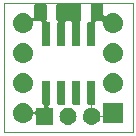
<source format=gts>
G04 #@! TF.GenerationSoftware,KiCad,Pcbnew,5.1.2-f72e74a~84~ubuntu16.04.1*
G04 #@! TF.CreationDate,2019-06-06T19:13:55+02:00*
G04 #@! TF.ProjectId,rs232-rs485,72733233-322d-4727-9334-38352e6b6963,1.0*
G04 #@! TF.SameCoordinates,Original*
G04 #@! TF.FileFunction,Soldermask,Top*
G04 #@! TF.FilePolarity,Negative*
%FSLAX46Y46*%
G04 Gerber Fmt 4.6, Leading zero omitted, Abs format (unit mm)*
G04 Created by KiCad (PCBNEW 5.1.2-f72e74a~84~ubuntu16.04.1) date 2019-06-06 19:13:55*
%MOMM*%
%LPD*%
G04 APERTURE LIST*
%ADD10C,0.050000*%
%ADD11C,0.100000*%
G04 APERTURE END LIST*
D10*
X125603000Y-108839000D02*
X125476000Y-108839000D01*
X125476000Y-108712000D02*
X125476000Y-108839000D01*
X125476000Y-97917000D02*
X125603000Y-97917000D01*
X136398000Y-97917000D02*
X136271000Y-97917000D01*
X136271000Y-108839000D02*
X136398000Y-108839000D01*
X136271000Y-108839000D02*
X125603000Y-108839000D01*
X136398000Y-97917000D02*
X136398000Y-108839000D01*
X125603000Y-97917000D02*
X136271000Y-97917000D01*
X125476000Y-108712000D02*
X125476000Y-97917000D01*
D11*
G36*
X133164928Y-104451764D02*
G01*
X133186009Y-104458160D01*
X133205445Y-104468548D01*
X133222476Y-104482524D01*
X133236452Y-104499555D01*
X133246840Y-104518991D01*
X133253236Y-104540072D01*
X133256000Y-104568140D01*
X133256000Y-106381860D01*
X133253236Y-106409928D01*
X133246840Y-106431009D01*
X133236452Y-106450445D01*
X133222476Y-106467476D01*
X133205445Y-106481452D01*
X133186009Y-106491840D01*
X133164928Y-106498236D01*
X133136860Y-106501000D01*
X133069649Y-106501000D01*
X133045263Y-106503402D01*
X133021814Y-106510515D01*
X133000203Y-106522066D01*
X132981261Y-106537611D01*
X132965716Y-106556553D01*
X132954165Y-106578164D01*
X132947052Y-106601613D01*
X132944650Y-106625999D01*
X132947052Y-106650385D01*
X132954165Y-106673834D01*
X132965716Y-106695445D01*
X132981261Y-106714387D01*
X133000203Y-106729932D01*
X133021814Y-106741483D01*
X133057395Y-106750396D01*
X133072721Y-106751905D01*
X133209572Y-106793419D01*
X133209575Y-106793420D01*
X133335694Y-106860832D01*
X133446243Y-106951557D01*
X133536968Y-107062106D01*
X133604380Y-107188225D01*
X133604381Y-107188228D01*
X133645895Y-107325079D01*
X133645895Y-107325081D01*
X133646604Y-107332280D01*
X133651385Y-107356314D01*
X133660762Y-107378952D01*
X133674376Y-107399327D01*
X133691703Y-107416654D01*
X133712077Y-107430267D01*
X133734716Y-107439645D01*
X133758749Y-107444425D01*
X133783253Y-107444425D01*
X133807287Y-107439644D01*
X133829925Y-107430267D01*
X133850300Y-107416653D01*
X133867627Y-107399326D01*
X133881240Y-107378952D01*
X133890618Y-107356313D01*
X133896000Y-107320028D01*
X133896000Y-106337000D01*
X135598000Y-106337000D01*
X135598000Y-108039000D01*
X133896000Y-108039000D01*
X133896000Y-107614772D01*
X133893598Y-107590386D01*
X133886485Y-107566937D01*
X133874934Y-107545326D01*
X133859389Y-107526384D01*
X133840447Y-107510839D01*
X133818836Y-107499288D01*
X133795387Y-107492175D01*
X133771001Y-107489773D01*
X133746615Y-107492175D01*
X133723166Y-107499288D01*
X133701555Y-107510839D01*
X133682613Y-107526384D01*
X133667068Y-107545326D01*
X133655517Y-107566937D01*
X133646604Y-107602519D01*
X133645895Y-107609721D01*
X133629709Y-107663078D01*
X133604380Y-107746575D01*
X133536968Y-107872694D01*
X133446243Y-107983243D01*
X133335694Y-108073968D01*
X133209575Y-108141380D01*
X133209572Y-108141381D01*
X133072721Y-108182895D01*
X133001613Y-108189898D01*
X132966060Y-108193400D01*
X132894740Y-108193400D01*
X132859187Y-108189898D01*
X132788079Y-108182895D01*
X132651228Y-108141381D01*
X132651225Y-108141380D01*
X132525106Y-108073968D01*
X132414557Y-107983243D01*
X132323832Y-107872694D01*
X132256420Y-107746575D01*
X132231091Y-107663078D01*
X132214905Y-107609721D01*
X132200888Y-107467400D01*
X132214905Y-107325079D01*
X132256419Y-107188228D01*
X132256420Y-107188225D01*
X132323832Y-107062106D01*
X132414557Y-106951557D01*
X132525106Y-106860832D01*
X132651225Y-106793420D01*
X132651228Y-106793419D01*
X132788079Y-106751905D01*
X132803405Y-106750396D01*
X132827436Y-106745616D01*
X132850075Y-106736238D01*
X132870450Y-106722625D01*
X132887777Y-106705298D01*
X132901390Y-106684923D01*
X132910768Y-106662284D01*
X132915548Y-106638251D01*
X132915548Y-106613747D01*
X132910768Y-106589714D01*
X132901390Y-106567075D01*
X132887777Y-106546700D01*
X132870450Y-106529373D01*
X132850075Y-106515760D01*
X132827436Y-106506382D01*
X132791151Y-106501000D01*
X132673140Y-106501000D01*
X132645072Y-106498236D01*
X132623991Y-106491840D01*
X132604555Y-106481452D01*
X132587524Y-106467476D01*
X132573548Y-106450445D01*
X132563160Y-106431009D01*
X132556764Y-106409928D01*
X132554000Y-106381860D01*
X132554000Y-104568140D01*
X132556764Y-104540072D01*
X132563160Y-104518991D01*
X132573548Y-104499555D01*
X132587524Y-104482524D01*
X132604555Y-104468548D01*
X132623991Y-104458160D01*
X132645072Y-104451764D01*
X132673140Y-104449000D01*
X133136860Y-104449000D01*
X133164928Y-104451764D01*
X133164928Y-104451764D01*
G37*
G36*
X131001613Y-106744902D02*
G01*
X131072721Y-106751905D01*
X131209572Y-106793419D01*
X131209575Y-106793420D01*
X131335694Y-106860832D01*
X131446243Y-106951557D01*
X131536968Y-107062106D01*
X131604380Y-107188225D01*
X131604381Y-107188228D01*
X131645895Y-107325079D01*
X131659912Y-107467400D01*
X131645895Y-107609721D01*
X131629709Y-107663078D01*
X131604380Y-107746575D01*
X131536968Y-107872694D01*
X131446243Y-107983243D01*
X131335694Y-108073968D01*
X131209575Y-108141380D01*
X131209572Y-108141381D01*
X131072721Y-108182895D01*
X131001613Y-108189898D01*
X130966060Y-108193400D01*
X130894740Y-108193400D01*
X130859187Y-108189898D01*
X130788079Y-108182895D01*
X130651228Y-108141381D01*
X130651225Y-108141380D01*
X130525106Y-108073968D01*
X130414557Y-107983243D01*
X130323832Y-107872694D01*
X130256420Y-107746575D01*
X130231091Y-107663078D01*
X130214905Y-107609721D01*
X130200888Y-107467400D01*
X130214905Y-107325079D01*
X130256419Y-107188228D01*
X130256420Y-107188225D01*
X130323832Y-107062106D01*
X130414557Y-106951557D01*
X130525106Y-106860832D01*
X130651225Y-106793420D01*
X130651228Y-106793419D01*
X130788079Y-106751905D01*
X130859187Y-106744902D01*
X130894740Y-106741400D01*
X130966060Y-106741400D01*
X131001613Y-106744902D01*
X131001613Y-106744902D01*
G37*
G36*
X129354928Y-104451764D02*
G01*
X129376009Y-104458160D01*
X129395445Y-104468548D01*
X129412476Y-104482524D01*
X129426452Y-104499555D01*
X129436840Y-104518991D01*
X129443236Y-104540072D01*
X129446000Y-104568140D01*
X129446000Y-106381860D01*
X129443236Y-106409928D01*
X129436840Y-106431009D01*
X129426452Y-106450445D01*
X129412476Y-106467476D01*
X129395445Y-106481452D01*
X129376011Y-106491840D01*
X129359709Y-106496785D01*
X129337070Y-106506163D01*
X129316696Y-106519777D01*
X129299369Y-106537104D01*
X129285756Y-106557478D01*
X129276379Y-106580117D01*
X129271599Y-106604151D01*
X129271599Y-106628655D01*
X129276380Y-106652688D01*
X129285758Y-106675327D01*
X129299372Y-106695701D01*
X129316699Y-106713028D01*
X129337073Y-106726641D01*
X129359712Y-106736018D01*
X129395996Y-106741400D01*
X129656400Y-106741400D01*
X129656400Y-108193400D01*
X128204400Y-108193400D01*
X128204400Y-107410567D01*
X128201998Y-107386181D01*
X128194885Y-107362732D01*
X128183334Y-107341121D01*
X128167789Y-107322179D01*
X128148847Y-107306634D01*
X128127236Y-107295083D01*
X128103787Y-107287970D01*
X128079401Y-107285568D01*
X128055015Y-107287970D01*
X128031566Y-107295083D01*
X128009955Y-107306634D01*
X127991013Y-107322179D01*
X127975468Y-107341121D01*
X127959784Y-107374282D01*
X127917024Y-107515242D01*
X127870373Y-107602520D01*
X127838004Y-107663078D01*
X127731659Y-107792659D01*
X127602078Y-107899004D01*
X127602076Y-107899005D01*
X127454242Y-107978024D01*
X127454239Y-107978025D01*
X127424380Y-107987083D01*
X127293823Y-108026687D01*
X127168804Y-108039000D01*
X127085196Y-108039000D01*
X126960177Y-108026687D01*
X126829620Y-107987083D01*
X126799761Y-107978025D01*
X126799758Y-107978024D01*
X126651924Y-107899005D01*
X126651922Y-107899004D01*
X126522341Y-107792659D01*
X126415996Y-107663078D01*
X126383627Y-107602520D01*
X126336976Y-107515242D01*
X126288313Y-107354823D01*
X126271883Y-107188000D01*
X126288313Y-107021177D01*
X126336953Y-106860833D01*
X126336975Y-106860761D01*
X126336976Y-106860758D01*
X126415995Y-106712924D01*
X126415996Y-106712922D01*
X126522341Y-106583341D01*
X126651922Y-106476996D01*
X126737958Y-106431009D01*
X126799758Y-106397976D01*
X126960177Y-106349313D01*
X127085196Y-106337000D01*
X127168804Y-106337000D01*
X127293823Y-106349313D01*
X127454242Y-106397976D01*
X127516042Y-106431009D01*
X127602078Y-106476996D01*
X127731659Y-106583341D01*
X127838004Y-106712922D01*
X127838005Y-106712924D01*
X127917024Y-106860758D01*
X127917025Y-106860761D01*
X127917047Y-106860833D01*
X127959784Y-107001718D01*
X127969162Y-107024357D01*
X127982776Y-107044732D01*
X128000103Y-107062059D01*
X128020477Y-107075672D01*
X128043116Y-107085050D01*
X128067149Y-107089830D01*
X128091653Y-107089830D01*
X128115686Y-107085050D01*
X128138325Y-107075672D01*
X128158700Y-107062058D01*
X128176027Y-107044731D01*
X128189640Y-107024357D01*
X128199018Y-107001718D01*
X128204400Y-106965433D01*
X128204400Y-106741400D01*
X128794004Y-106741400D01*
X128818390Y-106738998D01*
X128841839Y-106731885D01*
X128863450Y-106720334D01*
X128882392Y-106704789D01*
X128897937Y-106685847D01*
X128909488Y-106664236D01*
X128916601Y-106640787D01*
X128919003Y-106616401D01*
X128916601Y-106592015D01*
X128909488Y-106568566D01*
X128897937Y-106546955D01*
X128882392Y-106528013D01*
X128863450Y-106512468D01*
X128830291Y-106496785D01*
X128813989Y-106491840D01*
X128794555Y-106481452D01*
X128777524Y-106467476D01*
X128763548Y-106450445D01*
X128753160Y-106431009D01*
X128746764Y-106409928D01*
X128744000Y-106381860D01*
X128744000Y-104568140D01*
X128746764Y-104540072D01*
X128753160Y-104518991D01*
X128763548Y-104499555D01*
X128777524Y-104482524D01*
X128794555Y-104468548D01*
X128813991Y-104458160D01*
X128835072Y-104451764D01*
X128863140Y-104449000D01*
X129326860Y-104449000D01*
X129354928Y-104451764D01*
X129354928Y-104451764D01*
G37*
G36*
X131894928Y-104451764D02*
G01*
X131916009Y-104458160D01*
X131935445Y-104468548D01*
X131952476Y-104482524D01*
X131966452Y-104499555D01*
X131976840Y-104518991D01*
X131983236Y-104540072D01*
X131986000Y-104568140D01*
X131986000Y-106381860D01*
X131983236Y-106409928D01*
X131976840Y-106431009D01*
X131966452Y-106450445D01*
X131952476Y-106467476D01*
X131935445Y-106481452D01*
X131916009Y-106491840D01*
X131894928Y-106498236D01*
X131866860Y-106501000D01*
X131403140Y-106501000D01*
X131375072Y-106498236D01*
X131353991Y-106491840D01*
X131334555Y-106481452D01*
X131317524Y-106467476D01*
X131303548Y-106450445D01*
X131293160Y-106431009D01*
X131286764Y-106409928D01*
X131284000Y-106381860D01*
X131284000Y-104568140D01*
X131286764Y-104540072D01*
X131293160Y-104518991D01*
X131303548Y-104499555D01*
X131317524Y-104482524D01*
X131334555Y-104468548D01*
X131353991Y-104458160D01*
X131375072Y-104451764D01*
X131403140Y-104449000D01*
X131866860Y-104449000D01*
X131894928Y-104451764D01*
X131894928Y-104451764D01*
G37*
G36*
X130624928Y-104451764D02*
G01*
X130646009Y-104458160D01*
X130665445Y-104468548D01*
X130682476Y-104482524D01*
X130696452Y-104499555D01*
X130706840Y-104518991D01*
X130713236Y-104540072D01*
X130716000Y-104568140D01*
X130716000Y-106381860D01*
X130713236Y-106409928D01*
X130706840Y-106431009D01*
X130696452Y-106450445D01*
X130682476Y-106467476D01*
X130665445Y-106481452D01*
X130646009Y-106491840D01*
X130624928Y-106498236D01*
X130596860Y-106501000D01*
X130133140Y-106501000D01*
X130105072Y-106498236D01*
X130083991Y-106491840D01*
X130064555Y-106481452D01*
X130047524Y-106467476D01*
X130033548Y-106450445D01*
X130023160Y-106431009D01*
X130016764Y-106409928D01*
X130014000Y-106381860D01*
X130014000Y-104568140D01*
X130016764Y-104540072D01*
X130023160Y-104518991D01*
X130033548Y-104499555D01*
X130047524Y-104482524D01*
X130064555Y-104468548D01*
X130083991Y-104458160D01*
X130105072Y-104451764D01*
X130133140Y-104449000D01*
X130596860Y-104449000D01*
X130624928Y-104451764D01*
X130624928Y-104451764D01*
G37*
G36*
X127293823Y-103809313D02*
G01*
X127454242Y-103857976D01*
X127586906Y-103928886D01*
X127602078Y-103936996D01*
X127731659Y-104043341D01*
X127838004Y-104172922D01*
X127838005Y-104172924D01*
X127917024Y-104320758D01*
X127965687Y-104481177D01*
X127982117Y-104648000D01*
X127965687Y-104814823D01*
X127917024Y-104975242D01*
X127846114Y-105107906D01*
X127838004Y-105123078D01*
X127731659Y-105252659D01*
X127602078Y-105359004D01*
X127602076Y-105359005D01*
X127454242Y-105438024D01*
X127293823Y-105486687D01*
X127168804Y-105499000D01*
X127085196Y-105499000D01*
X126960177Y-105486687D01*
X126799758Y-105438024D01*
X126651924Y-105359005D01*
X126651922Y-105359004D01*
X126522341Y-105252659D01*
X126415996Y-105123078D01*
X126407886Y-105107906D01*
X126336976Y-104975242D01*
X126288313Y-104814823D01*
X126271883Y-104648000D01*
X126288313Y-104481177D01*
X126336976Y-104320758D01*
X126415995Y-104172924D01*
X126415996Y-104172922D01*
X126522341Y-104043341D01*
X126651922Y-103936996D01*
X126667094Y-103928886D01*
X126799758Y-103857976D01*
X126960177Y-103809313D01*
X127085196Y-103797000D01*
X127168804Y-103797000D01*
X127293823Y-103809313D01*
X127293823Y-103809313D01*
G37*
G36*
X134913823Y-103809313D02*
G01*
X135074242Y-103857976D01*
X135206906Y-103928886D01*
X135222078Y-103936996D01*
X135351659Y-104043341D01*
X135458004Y-104172922D01*
X135458005Y-104172924D01*
X135537024Y-104320758D01*
X135585687Y-104481177D01*
X135602117Y-104648000D01*
X135585687Y-104814823D01*
X135537024Y-104975242D01*
X135466114Y-105107906D01*
X135458004Y-105123078D01*
X135351659Y-105252659D01*
X135222078Y-105359004D01*
X135222076Y-105359005D01*
X135074242Y-105438024D01*
X134913823Y-105486687D01*
X134788804Y-105499000D01*
X134705196Y-105499000D01*
X134580177Y-105486687D01*
X134419758Y-105438024D01*
X134271924Y-105359005D01*
X134271922Y-105359004D01*
X134142341Y-105252659D01*
X134035996Y-105123078D01*
X134027886Y-105107906D01*
X133956976Y-104975242D01*
X133908313Y-104814823D01*
X133891883Y-104648000D01*
X133908313Y-104481177D01*
X133956976Y-104320758D01*
X134035995Y-104172924D01*
X134035996Y-104172922D01*
X134142341Y-104043341D01*
X134271922Y-103936996D01*
X134287094Y-103928886D01*
X134419758Y-103857976D01*
X134580177Y-103809313D01*
X134705196Y-103797000D01*
X134788804Y-103797000D01*
X134913823Y-103809313D01*
X134913823Y-103809313D01*
G37*
G36*
X134913823Y-101269313D02*
G01*
X135074242Y-101317976D01*
X135181862Y-101375500D01*
X135222078Y-101396996D01*
X135351659Y-101503341D01*
X135458004Y-101632922D01*
X135458005Y-101632924D01*
X135537024Y-101780758D01*
X135585687Y-101941177D01*
X135602117Y-102108000D01*
X135585687Y-102274823D01*
X135537024Y-102435242D01*
X135466114Y-102567906D01*
X135458004Y-102583078D01*
X135351659Y-102712659D01*
X135222078Y-102819004D01*
X135222076Y-102819005D01*
X135074242Y-102898024D01*
X134913823Y-102946687D01*
X134788804Y-102959000D01*
X134705196Y-102959000D01*
X134580177Y-102946687D01*
X134419758Y-102898024D01*
X134271924Y-102819005D01*
X134271922Y-102819004D01*
X134142341Y-102712659D01*
X134035996Y-102583078D01*
X134027886Y-102567906D01*
X133956976Y-102435242D01*
X133908313Y-102274823D01*
X133891883Y-102108000D01*
X133908313Y-101941177D01*
X133956976Y-101780758D01*
X134035995Y-101632924D01*
X134035996Y-101632922D01*
X134142341Y-101503341D01*
X134271922Y-101396996D01*
X134312138Y-101375500D01*
X134419758Y-101317976D01*
X134580177Y-101269313D01*
X134705196Y-101257000D01*
X134788804Y-101257000D01*
X134913823Y-101269313D01*
X134913823Y-101269313D01*
G37*
G36*
X127293823Y-101269313D02*
G01*
X127454242Y-101317976D01*
X127561862Y-101375500D01*
X127602078Y-101396996D01*
X127731659Y-101503341D01*
X127838004Y-101632922D01*
X127838005Y-101632924D01*
X127917024Y-101780758D01*
X127965687Y-101941177D01*
X127982117Y-102108000D01*
X127965687Y-102274823D01*
X127917024Y-102435242D01*
X127846114Y-102567906D01*
X127838004Y-102583078D01*
X127731659Y-102712659D01*
X127602078Y-102819004D01*
X127602076Y-102819005D01*
X127454242Y-102898024D01*
X127293823Y-102946687D01*
X127168804Y-102959000D01*
X127085196Y-102959000D01*
X126960177Y-102946687D01*
X126799758Y-102898024D01*
X126651924Y-102819005D01*
X126651922Y-102819004D01*
X126522341Y-102712659D01*
X126415996Y-102583078D01*
X126407886Y-102567906D01*
X126336976Y-102435242D01*
X126288313Y-102274823D01*
X126271883Y-102108000D01*
X126288313Y-101941177D01*
X126336976Y-101780758D01*
X126415995Y-101632924D01*
X126415996Y-101632922D01*
X126522341Y-101503341D01*
X126651922Y-101396996D01*
X126692138Y-101375500D01*
X126799758Y-101317976D01*
X126960177Y-101269313D01*
X127085196Y-101257000D01*
X127168804Y-101257000D01*
X127293823Y-101269313D01*
X127293823Y-101269313D01*
G37*
G36*
X133770468Y-97932565D02*
G01*
X133809138Y-97944296D01*
X133844777Y-97963346D01*
X133876017Y-97988983D01*
X133901654Y-98020223D01*
X133920704Y-98055862D01*
X133932435Y-98094532D01*
X133937000Y-98140888D01*
X133937000Y-98867572D01*
X133939402Y-98891958D01*
X133946515Y-98915407D01*
X133958066Y-98937018D01*
X133973611Y-98955960D01*
X133992553Y-98971505D01*
X134014164Y-98983056D01*
X134037613Y-98990169D01*
X134061999Y-98992571D01*
X134086385Y-98990169D01*
X134109834Y-98983056D01*
X134131445Y-98971505D01*
X134141298Y-98964197D01*
X134151335Y-98955960D01*
X134271922Y-98856996D01*
X134287094Y-98848886D01*
X134419758Y-98777976D01*
X134580177Y-98729313D01*
X134705196Y-98717000D01*
X134788804Y-98717000D01*
X134913823Y-98729313D01*
X135074242Y-98777976D01*
X135206906Y-98848886D01*
X135222078Y-98856996D01*
X135351659Y-98963341D01*
X135458004Y-99092922D01*
X135458005Y-99092924D01*
X135537024Y-99240758D01*
X135585687Y-99401177D01*
X135602117Y-99568000D01*
X135585687Y-99734823D01*
X135537024Y-99895242D01*
X135466114Y-100027906D01*
X135458004Y-100043078D01*
X135351659Y-100172659D01*
X135222078Y-100279004D01*
X135222076Y-100279005D01*
X135074242Y-100358024D01*
X134913823Y-100406687D01*
X134788804Y-100419000D01*
X134705196Y-100419000D01*
X134580177Y-100406687D01*
X134419758Y-100358024D01*
X134271924Y-100279005D01*
X134271922Y-100279004D01*
X134142341Y-100172659D01*
X134035996Y-100043078D01*
X134027886Y-100027906D01*
X133956976Y-99895242D01*
X133908313Y-99734823D01*
X133891883Y-99568000D01*
X133892322Y-99563542D01*
X133892322Y-99539038D01*
X133887542Y-99515004D01*
X133878165Y-99492366D01*
X133864551Y-99471991D01*
X133847224Y-99454664D01*
X133826850Y-99441050D01*
X133804211Y-99431673D01*
X133780178Y-99426892D01*
X133755675Y-99426892D01*
X133724113Y-99430000D01*
X133373220Y-99430000D01*
X133348834Y-99432402D01*
X133325385Y-99439515D01*
X133303774Y-99451066D01*
X133284832Y-99466611D01*
X133269287Y-99485553D01*
X133257736Y-99507164D01*
X133250623Y-99530613D01*
X133248221Y-99554999D01*
X133252865Y-99586314D01*
X133256000Y-99618140D01*
X133256000Y-101431860D01*
X133253236Y-101459928D01*
X133246840Y-101481009D01*
X133236452Y-101500445D01*
X133222476Y-101517476D01*
X133205445Y-101531452D01*
X133186009Y-101541840D01*
X133164928Y-101548236D01*
X133136860Y-101551000D01*
X132673140Y-101551000D01*
X132645072Y-101548236D01*
X132623991Y-101541840D01*
X132604555Y-101531452D01*
X132587524Y-101517476D01*
X132573548Y-101500445D01*
X132563160Y-101481009D01*
X132556764Y-101459928D01*
X132554000Y-101431860D01*
X132554000Y-99618140D01*
X132556764Y-99590072D01*
X132563160Y-99568991D01*
X132573548Y-99549555D01*
X132587524Y-99532524D01*
X132604555Y-99518548D01*
X132623991Y-99508160D01*
X132645072Y-99501764D01*
X132673140Y-99499000D01*
X132772973Y-99499000D01*
X132797359Y-99496598D01*
X132820808Y-99489485D01*
X132842419Y-99477934D01*
X132861361Y-99462389D01*
X132876906Y-99443447D01*
X132888457Y-99421836D01*
X132895570Y-99398387D01*
X132897972Y-99374001D01*
X132895570Y-99349615D01*
X132883213Y-99315078D01*
X132876296Y-99302136D01*
X132864565Y-99263468D01*
X132860000Y-99217112D01*
X132860000Y-98140888D01*
X132864565Y-98094532D01*
X132876296Y-98055862D01*
X132895346Y-98020223D01*
X132920983Y-97988983D01*
X132952223Y-97963346D01*
X132987862Y-97944296D01*
X133026532Y-97932565D01*
X133072888Y-97928000D01*
X133724112Y-97928000D01*
X133770468Y-97932565D01*
X133770468Y-97932565D01*
G37*
G36*
X128974468Y-97932565D02*
G01*
X129013138Y-97944296D01*
X129048777Y-97963346D01*
X129080017Y-97988983D01*
X129105654Y-98020223D01*
X129124704Y-98055862D01*
X129136435Y-98094532D01*
X129141000Y-98140888D01*
X129141000Y-99217112D01*
X129136435Y-99263468D01*
X129124704Y-99302136D01*
X129117787Y-99315078D01*
X129108410Y-99337717D01*
X129103630Y-99361750D01*
X129103630Y-99386254D01*
X129108411Y-99410287D01*
X129117788Y-99432926D01*
X129131402Y-99453300D01*
X129148729Y-99470627D01*
X129169104Y-99484241D01*
X129191743Y-99493618D01*
X129228027Y-99499000D01*
X129326860Y-99499000D01*
X129354928Y-99501764D01*
X129376009Y-99508160D01*
X129395445Y-99518548D01*
X129412476Y-99532524D01*
X129426452Y-99549555D01*
X129436840Y-99568991D01*
X129443236Y-99590072D01*
X129446000Y-99618140D01*
X129446000Y-101431860D01*
X129443236Y-101459928D01*
X129436840Y-101481009D01*
X129426452Y-101500445D01*
X129412476Y-101517476D01*
X129395445Y-101531452D01*
X129376009Y-101541840D01*
X129354928Y-101548236D01*
X129326860Y-101551000D01*
X128863140Y-101551000D01*
X128835072Y-101548236D01*
X128813991Y-101541840D01*
X128794555Y-101531452D01*
X128777524Y-101517476D01*
X128763548Y-101500445D01*
X128753160Y-101481009D01*
X128746764Y-101459928D01*
X128744000Y-101431860D01*
X128744000Y-99618140D01*
X128746888Y-99588815D01*
X128751177Y-99567247D01*
X128751177Y-99542743D01*
X128746395Y-99518710D01*
X128737017Y-99496071D01*
X128723403Y-99475697D01*
X128706075Y-99458371D01*
X128685701Y-99444758D01*
X128663061Y-99435381D01*
X128626780Y-99430000D01*
X128276888Y-99430000D01*
X128230532Y-99425435D01*
X128191864Y-99413704D01*
X128160662Y-99397027D01*
X128138023Y-99387650D01*
X128113990Y-99382870D01*
X128089486Y-99382870D01*
X128065453Y-99387651D01*
X128042814Y-99397028D01*
X128022440Y-99410642D01*
X128005113Y-99427969D01*
X127991499Y-99448344D01*
X127982122Y-99470983D01*
X127977342Y-99495016D01*
X127977342Y-99519520D01*
X127982117Y-99568000D01*
X127965687Y-99734823D01*
X127917024Y-99895242D01*
X127846114Y-100027906D01*
X127838004Y-100043078D01*
X127731659Y-100172659D01*
X127602078Y-100279004D01*
X127602076Y-100279005D01*
X127454242Y-100358024D01*
X127293823Y-100406687D01*
X127168804Y-100419000D01*
X127085196Y-100419000D01*
X126960177Y-100406687D01*
X126799758Y-100358024D01*
X126651924Y-100279005D01*
X126651922Y-100279004D01*
X126522341Y-100172659D01*
X126415996Y-100043078D01*
X126407886Y-100027906D01*
X126336976Y-99895242D01*
X126288313Y-99734823D01*
X126271883Y-99568000D01*
X126288313Y-99401177D01*
X126336976Y-99240758D01*
X126415995Y-99092924D01*
X126415996Y-99092922D01*
X126522341Y-98963341D01*
X126651922Y-98856996D01*
X126667094Y-98848886D01*
X126799758Y-98777976D01*
X126960177Y-98729313D01*
X127085196Y-98717000D01*
X127168804Y-98717000D01*
X127293823Y-98729313D01*
X127454242Y-98777976D01*
X127586906Y-98848886D01*
X127602078Y-98856996D01*
X127731659Y-98963341D01*
X127838004Y-99092922D01*
X127838005Y-99092924D01*
X127842376Y-99098250D01*
X127859703Y-99115577D01*
X127880077Y-99129190D01*
X127902716Y-99138568D01*
X127926749Y-99143348D01*
X127951253Y-99143348D01*
X127975287Y-99138568D01*
X127997925Y-99129190D01*
X128018300Y-99115576D01*
X128035627Y-99098249D01*
X128049240Y-99077875D01*
X128058618Y-99055236D01*
X128064000Y-99018951D01*
X128064000Y-98140888D01*
X128068565Y-98094532D01*
X128080296Y-98055862D01*
X128099346Y-98020223D01*
X128124983Y-97988983D01*
X128156223Y-97963346D01*
X128191862Y-97944296D01*
X128230532Y-97932565D01*
X128276888Y-97928000D01*
X128928112Y-97928000D01*
X128974468Y-97932565D01*
X128974468Y-97932565D01*
G37*
G36*
X130849468Y-97932565D02*
G01*
X130888138Y-97944296D01*
X130926718Y-97964918D01*
X130941581Y-97974848D01*
X130964220Y-97984224D01*
X130988253Y-97989004D01*
X131012758Y-97989003D01*
X131036791Y-97984221D01*
X131059429Y-97974843D01*
X131074285Y-97964916D01*
X131112862Y-97944296D01*
X131151532Y-97932565D01*
X131197888Y-97928000D01*
X131849112Y-97928000D01*
X131895468Y-97932565D01*
X131934138Y-97944296D01*
X131969777Y-97963346D01*
X132001017Y-97988983D01*
X132026654Y-98020223D01*
X132045704Y-98055862D01*
X132057435Y-98094532D01*
X132062000Y-98140888D01*
X132062000Y-99217112D01*
X132057435Y-99263468D01*
X132045704Y-99302138D01*
X132026654Y-99337777D01*
X132001018Y-99369015D01*
X131988455Y-99379325D01*
X131971128Y-99396652D01*
X131957514Y-99417026D01*
X131948136Y-99439665D01*
X131943355Y-99463698D01*
X131943355Y-99488202D01*
X131948135Y-99512235D01*
X131957512Y-99534874D01*
X131962978Y-99543056D01*
X131976840Y-99568991D01*
X131983236Y-99590072D01*
X131986000Y-99618140D01*
X131986000Y-101431860D01*
X131983236Y-101459928D01*
X131976840Y-101481009D01*
X131966452Y-101500445D01*
X131952476Y-101517476D01*
X131935445Y-101531452D01*
X131916009Y-101541840D01*
X131894928Y-101548236D01*
X131866860Y-101551000D01*
X131403140Y-101551000D01*
X131375072Y-101548236D01*
X131353991Y-101541840D01*
X131334555Y-101531452D01*
X131317524Y-101517476D01*
X131303548Y-101500445D01*
X131293160Y-101481009D01*
X131286764Y-101459928D01*
X131284000Y-101431860D01*
X131284000Y-99618140D01*
X131286764Y-99590074D01*
X131287121Y-99588898D01*
X131291902Y-99564865D01*
X131291902Y-99540361D01*
X131287122Y-99516328D01*
X131277745Y-99493689D01*
X131264132Y-99473314D01*
X131246805Y-99455987D01*
X131226431Y-99442373D01*
X131203792Y-99432995D01*
X131179755Y-99428214D01*
X131151532Y-99425435D01*
X131112862Y-99413704D01*
X131074282Y-99393082D01*
X131059419Y-99383152D01*
X131036780Y-99373776D01*
X131012747Y-99368996D01*
X130988242Y-99368997D01*
X130964209Y-99373779D01*
X130941571Y-99383157D01*
X130926715Y-99393084D01*
X130888138Y-99413704D01*
X130849468Y-99425435D01*
X130820272Y-99428310D01*
X130796239Y-99433090D01*
X130773600Y-99442467D01*
X130753226Y-99456081D01*
X130735899Y-99473408D01*
X130722285Y-99493782D01*
X130712908Y-99516421D01*
X130708127Y-99540454D01*
X130708127Y-99564959D01*
X130712908Y-99588995D01*
X130713236Y-99590076D01*
X130716000Y-99618140D01*
X130716000Y-101431860D01*
X130713236Y-101459928D01*
X130706840Y-101481009D01*
X130696452Y-101500445D01*
X130682476Y-101517476D01*
X130665445Y-101531452D01*
X130646009Y-101541840D01*
X130624928Y-101548236D01*
X130596860Y-101551000D01*
X130133140Y-101551000D01*
X130105072Y-101548236D01*
X130083991Y-101541840D01*
X130064555Y-101531452D01*
X130047524Y-101517476D01*
X130033548Y-101500445D01*
X130023160Y-101481009D01*
X130016764Y-101459928D01*
X130014000Y-101431860D01*
X130014000Y-99618140D01*
X130016764Y-99590072D01*
X130023160Y-99568991D01*
X130036724Y-99543613D01*
X130042894Y-99534377D01*
X130052270Y-99511738D01*
X130057048Y-99487704D01*
X130057046Y-99463200D01*
X130052264Y-99439167D01*
X130042884Y-99416529D01*
X130029269Y-99396156D01*
X130011949Y-99378837D01*
X129999984Y-99369018D01*
X129974346Y-99337777D01*
X129955296Y-99302138D01*
X129943565Y-99263468D01*
X129939000Y-99217112D01*
X129939000Y-98140888D01*
X129943565Y-98094532D01*
X129955296Y-98055862D01*
X129974346Y-98020223D01*
X129999983Y-97988983D01*
X130031223Y-97963346D01*
X130066862Y-97944296D01*
X130105532Y-97932565D01*
X130151888Y-97928000D01*
X130803112Y-97928000D01*
X130849468Y-97932565D01*
X130849468Y-97932565D01*
G37*
M02*

</source>
